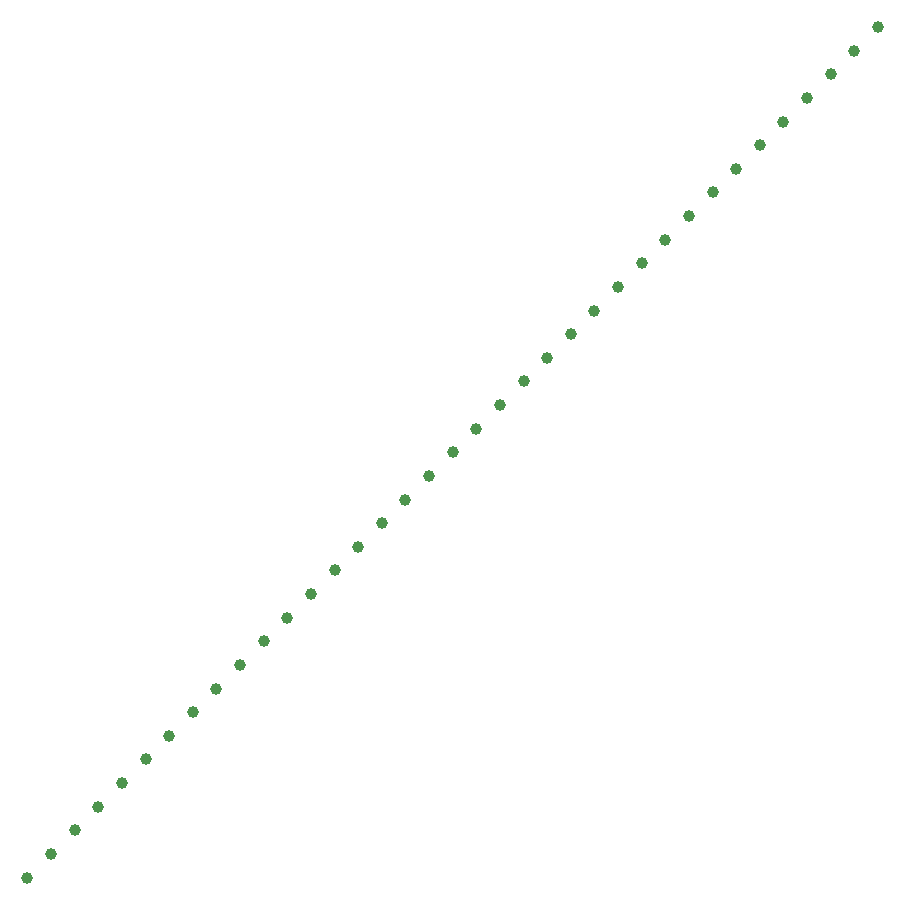
<source format=gbr>
G04 Examples for testing time performance of Gerber parsers*
%FSLAX26Y26*%
%MOMM*%
%ADD10C,1*%
%LPD*%
D10*
X0Y0D03*
X2000000Y2000000D03*
X4000000Y4000000D03*
X6000000Y6000000D03*
X8000000Y8000000D03*
X10000000Y10000000D03*
X12000000Y12000000D03*
X14000000Y14000000D03*
X16000000Y16000000D03*
X18000000Y18000000D03*
X20000000Y20000000D03*
X22000000Y22000000D03*
X24000000Y24000000D03*
X26000000Y26000000D03*
X28000000Y28000000D03*
X30000000Y30000000D03*
X32000000Y32000000D03*
X34000000Y34000000D03*
X36000000Y36000000D03*
X38000000Y38000000D03*
X40000000Y40000000D03*
X42000000Y42000000D03*
X44000000Y44000000D03*
X46000000Y46000000D03*
X48000000Y48000000D03*
X50000000Y50000000D03*
X52000000Y52000000D03*
X54000000Y54000000D03*
X56000000Y56000000D03*
X58000000Y58000000D03*
X60000000Y60000000D03*
X62000000Y62000000D03*
X64000000Y64000000D03*
X66000000Y66000000D03*
X68000000Y68000000D03*
X70000000Y70000000D03*
X72000000Y72000000D03*
M02*

</source>
